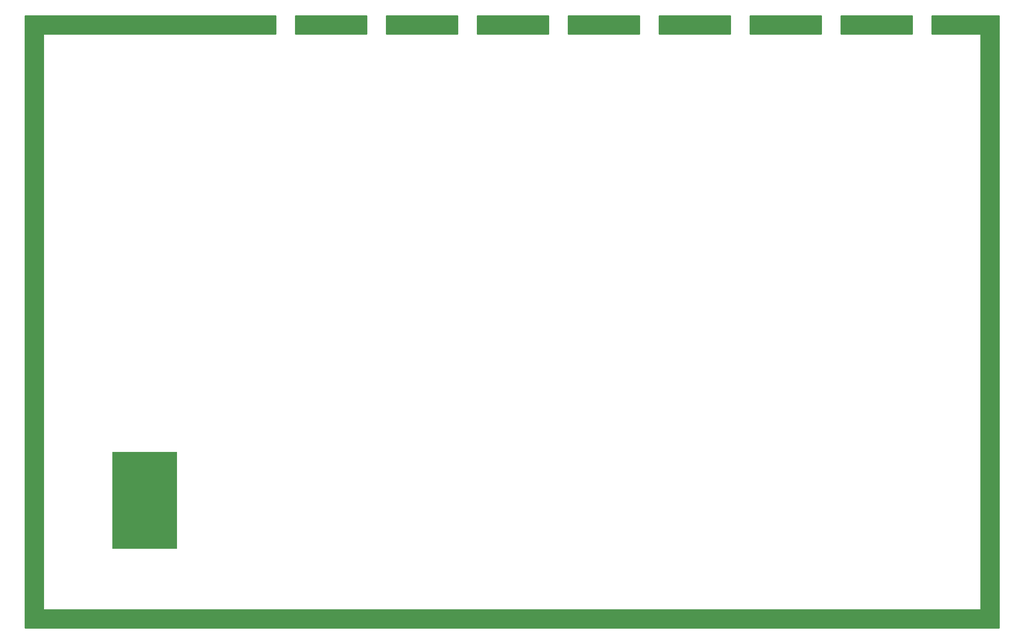
<source format=gbs>
G75*
G70*
%OFA0B0*%
%FSLAX24Y24*%
%IPPOS*%
%LPD*%
%AMOC8*
5,1,8,0,0,1.08239X$1,22.5*
%
%ADD10C,0.0100*%
%ADD11R,0.5375X0.8000*%
D10*
X001800Y000800D02*
X001800Y049875D01*
X001800Y051375D01*
X022475Y051375D01*
X022475Y049875D01*
X001800Y049875D01*
X003300Y049875D01*
X003300Y002300D01*
X080650Y002300D01*
X080650Y049875D01*
X082150Y049875D01*
X076600Y049875D01*
X076600Y051375D01*
X082150Y051375D01*
X082150Y049875D01*
X082150Y000800D01*
X001800Y000800D01*
X001800Y000824D02*
X082150Y000824D01*
X082150Y000922D02*
X001800Y000922D01*
X001800Y001021D02*
X082150Y001021D01*
X082150Y001119D02*
X001800Y001119D01*
X001800Y001218D02*
X082150Y001218D01*
X082150Y001316D02*
X001800Y001316D01*
X001800Y001415D02*
X082150Y001415D01*
X082150Y001513D02*
X001800Y001513D01*
X001800Y001612D02*
X082150Y001612D01*
X082150Y001710D02*
X001800Y001710D01*
X001800Y001809D02*
X082150Y001809D01*
X082150Y001907D02*
X001800Y001907D01*
X001800Y002006D02*
X082150Y002006D01*
X082150Y002104D02*
X001800Y002104D01*
X001800Y002203D02*
X082150Y002203D01*
X082150Y002301D02*
X080650Y002301D01*
X080650Y002400D02*
X082150Y002400D01*
X082150Y002498D02*
X080650Y002498D01*
X080650Y002597D02*
X082150Y002597D01*
X082150Y002695D02*
X080650Y002695D01*
X080650Y002794D02*
X082150Y002794D01*
X082150Y002892D02*
X080650Y002892D01*
X080650Y002991D02*
X082150Y002991D01*
X082150Y003089D02*
X080650Y003089D01*
X080650Y003188D02*
X082150Y003188D01*
X082150Y003286D02*
X080650Y003286D01*
X080650Y003385D02*
X082150Y003385D01*
X082150Y003483D02*
X080650Y003483D01*
X080650Y003582D02*
X082150Y003582D01*
X082150Y003680D02*
X080650Y003680D01*
X080650Y003779D02*
X082150Y003779D01*
X082150Y003877D02*
X080650Y003877D01*
X080650Y003976D02*
X082150Y003976D01*
X082150Y004074D02*
X080650Y004074D01*
X080650Y004173D02*
X082150Y004173D01*
X082150Y004271D02*
X080650Y004271D01*
X080650Y004370D02*
X082150Y004370D01*
X082150Y004468D02*
X080650Y004468D01*
X080650Y004567D02*
X082150Y004567D01*
X082150Y004665D02*
X080650Y004665D01*
X080650Y004764D02*
X082150Y004764D01*
X082150Y004862D02*
X080650Y004862D01*
X080650Y004961D02*
X082150Y004961D01*
X082150Y005059D02*
X080650Y005059D01*
X080650Y005158D02*
X082150Y005158D01*
X082150Y005256D02*
X080650Y005256D01*
X080650Y005355D02*
X082150Y005355D01*
X082150Y005453D02*
X080650Y005453D01*
X080650Y005552D02*
X082150Y005552D01*
X082150Y005650D02*
X080650Y005650D01*
X080650Y005749D02*
X082150Y005749D01*
X082150Y005847D02*
X080650Y005847D01*
X080650Y005946D02*
X082150Y005946D01*
X082150Y006044D02*
X080650Y006044D01*
X080650Y006143D02*
X082150Y006143D01*
X082150Y006241D02*
X080650Y006241D01*
X080650Y006340D02*
X082150Y006340D01*
X082150Y006438D02*
X080650Y006438D01*
X080650Y006537D02*
X082150Y006537D01*
X082150Y006635D02*
X080650Y006635D01*
X080650Y006734D02*
X082150Y006734D01*
X082150Y006832D02*
X080650Y006832D01*
X080650Y006931D02*
X082150Y006931D01*
X082150Y007029D02*
X080650Y007029D01*
X080650Y007128D02*
X082150Y007128D01*
X082150Y007226D02*
X080650Y007226D01*
X080650Y007325D02*
X082150Y007325D01*
X082150Y007423D02*
X080650Y007423D01*
X080650Y007522D02*
X082150Y007522D01*
X082150Y007620D02*
X080650Y007620D01*
X080650Y007719D02*
X082150Y007719D01*
X082150Y007817D02*
X080650Y007817D01*
X080650Y007916D02*
X082150Y007916D01*
X082150Y008014D02*
X080650Y008014D01*
X080650Y008113D02*
X082150Y008113D01*
X082150Y008211D02*
X080650Y008211D01*
X080650Y008310D02*
X082150Y008310D01*
X082150Y008408D02*
X080650Y008408D01*
X080650Y008507D02*
X082150Y008507D01*
X082150Y008605D02*
X080650Y008605D01*
X080650Y008704D02*
X082150Y008704D01*
X082150Y008802D02*
X080650Y008802D01*
X080650Y008901D02*
X082150Y008901D01*
X082150Y008999D02*
X080650Y008999D01*
X080650Y009098D02*
X082150Y009098D01*
X082150Y009196D02*
X080650Y009196D01*
X080650Y009295D02*
X082150Y009295D01*
X082150Y009393D02*
X080650Y009393D01*
X080650Y009492D02*
X082150Y009492D01*
X082150Y009590D02*
X080650Y009590D01*
X080650Y009689D02*
X082150Y009689D01*
X082150Y009787D02*
X080650Y009787D01*
X080650Y009886D02*
X082150Y009886D01*
X082150Y009984D02*
X080650Y009984D01*
X080650Y010083D02*
X082150Y010083D01*
X082150Y010181D02*
X080650Y010181D01*
X080650Y010280D02*
X082150Y010280D01*
X082150Y010378D02*
X080650Y010378D01*
X080650Y010477D02*
X082150Y010477D01*
X082150Y010575D02*
X080650Y010575D01*
X080650Y010674D02*
X082150Y010674D01*
X082150Y010772D02*
X080650Y010772D01*
X080650Y010871D02*
X082150Y010871D01*
X082150Y010969D02*
X080650Y010969D01*
X080650Y011068D02*
X082150Y011068D01*
X082150Y011166D02*
X080650Y011166D01*
X080650Y011265D02*
X082150Y011265D01*
X082150Y011363D02*
X080650Y011363D01*
X080650Y011462D02*
X082150Y011462D01*
X082150Y011560D02*
X080650Y011560D01*
X080650Y011659D02*
X082150Y011659D01*
X082150Y011757D02*
X080650Y011757D01*
X080650Y011856D02*
X082150Y011856D01*
X082150Y011954D02*
X080650Y011954D01*
X080650Y012053D02*
X082150Y012053D01*
X082150Y012151D02*
X080650Y012151D01*
X080650Y012250D02*
X082150Y012250D01*
X082150Y012348D02*
X080650Y012348D01*
X080650Y012447D02*
X082150Y012447D01*
X082150Y012545D02*
X080650Y012545D01*
X080650Y012644D02*
X082150Y012644D01*
X082150Y012742D02*
X080650Y012742D01*
X080650Y012841D02*
X082150Y012841D01*
X082150Y012939D02*
X080650Y012939D01*
X080650Y013038D02*
X082150Y013038D01*
X082150Y013136D02*
X080650Y013136D01*
X080650Y013235D02*
X082150Y013235D01*
X082150Y013333D02*
X080650Y013333D01*
X080650Y013432D02*
X082150Y013432D01*
X082150Y013530D02*
X080650Y013530D01*
X080650Y013629D02*
X082150Y013629D01*
X082150Y013727D02*
X080650Y013727D01*
X080650Y013826D02*
X082150Y013826D01*
X082150Y013924D02*
X080650Y013924D01*
X080650Y014023D02*
X082150Y014023D01*
X082150Y014121D02*
X080650Y014121D01*
X080650Y014220D02*
X082150Y014220D01*
X082150Y014318D02*
X080650Y014318D01*
X080650Y014417D02*
X082150Y014417D01*
X082150Y014515D02*
X080650Y014515D01*
X080650Y014614D02*
X082150Y014614D01*
X082150Y014712D02*
X080650Y014712D01*
X080650Y014811D02*
X082150Y014811D01*
X082150Y014909D02*
X080650Y014909D01*
X080650Y015008D02*
X082150Y015008D01*
X082150Y015106D02*
X080650Y015106D01*
X080650Y015205D02*
X082150Y015205D01*
X082150Y015303D02*
X080650Y015303D01*
X080650Y015402D02*
X082150Y015402D01*
X082150Y015500D02*
X080650Y015500D01*
X080650Y015599D02*
X082150Y015599D01*
X082150Y015697D02*
X080650Y015697D01*
X080650Y015796D02*
X082150Y015796D01*
X082150Y015894D02*
X080650Y015894D01*
X080650Y015993D02*
X082150Y015993D01*
X082150Y016091D02*
X080650Y016091D01*
X080650Y016190D02*
X082150Y016190D01*
X082150Y016288D02*
X080650Y016288D01*
X080650Y016387D02*
X082150Y016387D01*
X082150Y016485D02*
X080650Y016485D01*
X080650Y016584D02*
X082150Y016584D01*
X082150Y016682D02*
X080650Y016682D01*
X080650Y016781D02*
X082150Y016781D01*
X082150Y016879D02*
X080650Y016879D01*
X080650Y016978D02*
X082150Y016978D01*
X082150Y017076D02*
X080650Y017076D01*
X080650Y017175D02*
X082150Y017175D01*
X082150Y017273D02*
X080650Y017273D01*
X080650Y017372D02*
X082150Y017372D01*
X082150Y017470D02*
X080650Y017470D01*
X080650Y017569D02*
X082150Y017569D01*
X082150Y017667D02*
X080650Y017667D01*
X080650Y017766D02*
X082150Y017766D01*
X082150Y017864D02*
X080650Y017864D01*
X080650Y017963D02*
X082150Y017963D01*
X082150Y018061D02*
X080650Y018061D01*
X080650Y018160D02*
X082150Y018160D01*
X082150Y018258D02*
X080650Y018258D01*
X080650Y018357D02*
X082150Y018357D01*
X082150Y018455D02*
X080650Y018455D01*
X080650Y018554D02*
X082150Y018554D01*
X082150Y018652D02*
X080650Y018652D01*
X080650Y018751D02*
X082150Y018751D01*
X082150Y018849D02*
X080650Y018849D01*
X080650Y018948D02*
X082150Y018948D01*
X082150Y019046D02*
X080650Y019046D01*
X080650Y019145D02*
X082150Y019145D01*
X082150Y019243D02*
X080650Y019243D01*
X080650Y019342D02*
X082150Y019342D01*
X082150Y019440D02*
X080650Y019440D01*
X080650Y019539D02*
X082150Y019539D01*
X082150Y019637D02*
X080650Y019637D01*
X080650Y019736D02*
X082150Y019736D01*
X082150Y019834D02*
X080650Y019834D01*
X080650Y019933D02*
X082150Y019933D01*
X082150Y020031D02*
X080650Y020031D01*
X080650Y020130D02*
X082150Y020130D01*
X082150Y020228D02*
X080650Y020228D01*
X080650Y020327D02*
X082150Y020327D01*
X082150Y020425D02*
X080650Y020425D01*
X080650Y020524D02*
X082150Y020524D01*
X082150Y020622D02*
X080650Y020622D01*
X080650Y020721D02*
X082150Y020721D01*
X082150Y020819D02*
X080650Y020819D01*
X080650Y020918D02*
X082150Y020918D01*
X082150Y021016D02*
X080650Y021016D01*
X080650Y021115D02*
X082150Y021115D01*
X082150Y021213D02*
X080650Y021213D01*
X080650Y021312D02*
X082150Y021312D01*
X082150Y021410D02*
X080650Y021410D01*
X080650Y021509D02*
X082150Y021509D01*
X082150Y021607D02*
X080650Y021607D01*
X080650Y021706D02*
X082150Y021706D01*
X082150Y021804D02*
X080650Y021804D01*
X080650Y021903D02*
X082150Y021903D01*
X082150Y022001D02*
X080650Y022001D01*
X080650Y022100D02*
X082150Y022100D01*
X082150Y022198D02*
X080650Y022198D01*
X080650Y022297D02*
X082150Y022297D01*
X082150Y022395D02*
X080650Y022395D01*
X080650Y022494D02*
X082150Y022494D01*
X082150Y022592D02*
X080650Y022592D01*
X080650Y022691D02*
X082150Y022691D01*
X082150Y022789D02*
X080650Y022789D01*
X080650Y022888D02*
X082150Y022888D01*
X082150Y022986D02*
X080650Y022986D01*
X080650Y023085D02*
X082150Y023085D01*
X082150Y023183D02*
X080650Y023183D01*
X080650Y023282D02*
X082150Y023282D01*
X082150Y023380D02*
X080650Y023380D01*
X080650Y023479D02*
X082150Y023479D01*
X082150Y023577D02*
X080650Y023577D01*
X080650Y023676D02*
X082150Y023676D01*
X082150Y023774D02*
X080650Y023774D01*
X080650Y023873D02*
X082150Y023873D01*
X082150Y023971D02*
X080650Y023971D01*
X080650Y024070D02*
X082150Y024070D01*
X082150Y024168D02*
X080650Y024168D01*
X080650Y024267D02*
X082150Y024267D01*
X082150Y024365D02*
X080650Y024365D01*
X080650Y024464D02*
X082150Y024464D01*
X082150Y024562D02*
X080650Y024562D01*
X080650Y024661D02*
X082150Y024661D01*
X082150Y024759D02*
X080650Y024759D01*
X080650Y024858D02*
X082150Y024858D01*
X082150Y024956D02*
X080650Y024956D01*
X080650Y025055D02*
X082150Y025055D01*
X082150Y025153D02*
X080650Y025153D01*
X080650Y025252D02*
X082150Y025252D01*
X082150Y025350D02*
X080650Y025350D01*
X080650Y025449D02*
X082150Y025449D01*
X082150Y025547D02*
X080650Y025547D01*
X080650Y025646D02*
X082150Y025646D01*
X082150Y025744D02*
X080650Y025744D01*
X080650Y025843D02*
X082150Y025843D01*
X082150Y025941D02*
X080650Y025941D01*
X080650Y026040D02*
X082150Y026040D01*
X082150Y026138D02*
X080650Y026138D01*
X080650Y026237D02*
X082150Y026237D01*
X082150Y026335D02*
X080650Y026335D01*
X080650Y026434D02*
X082150Y026434D01*
X082150Y026532D02*
X080650Y026532D01*
X080650Y026631D02*
X082150Y026631D01*
X082150Y026729D02*
X080650Y026729D01*
X080650Y026828D02*
X082150Y026828D01*
X082150Y026926D02*
X080650Y026926D01*
X080650Y027025D02*
X082150Y027025D01*
X082150Y027123D02*
X080650Y027123D01*
X080650Y027222D02*
X082150Y027222D01*
X082150Y027320D02*
X080650Y027320D01*
X080650Y027419D02*
X082150Y027419D01*
X082150Y027517D02*
X080650Y027517D01*
X080650Y027616D02*
X082150Y027616D01*
X082150Y027714D02*
X080650Y027714D01*
X080650Y027813D02*
X082150Y027813D01*
X082150Y027911D02*
X080650Y027911D01*
X080650Y028010D02*
X082150Y028010D01*
X082150Y028108D02*
X080650Y028108D01*
X080650Y028207D02*
X082150Y028207D01*
X082150Y028305D02*
X080650Y028305D01*
X080650Y028404D02*
X082150Y028404D01*
X082150Y028502D02*
X080650Y028502D01*
X080650Y028601D02*
X082150Y028601D01*
X082150Y028699D02*
X080650Y028699D01*
X080650Y028798D02*
X082150Y028798D01*
X082150Y028896D02*
X080650Y028896D01*
X080650Y028995D02*
X082150Y028995D01*
X082150Y029093D02*
X080650Y029093D01*
X080650Y029192D02*
X082150Y029192D01*
X082150Y029290D02*
X080650Y029290D01*
X080650Y029389D02*
X082150Y029389D01*
X082150Y029487D02*
X080650Y029487D01*
X080650Y029586D02*
X082150Y029586D01*
X082150Y029684D02*
X080650Y029684D01*
X080650Y029783D02*
X082150Y029783D01*
X082150Y029881D02*
X080650Y029881D01*
X080650Y029980D02*
X082150Y029980D01*
X082150Y030078D02*
X080650Y030078D01*
X080650Y030177D02*
X082150Y030177D01*
X082150Y030275D02*
X080650Y030275D01*
X080650Y030374D02*
X082150Y030374D01*
X082150Y030472D02*
X080650Y030472D01*
X080650Y030571D02*
X082150Y030571D01*
X082150Y030669D02*
X080650Y030669D01*
X080650Y030768D02*
X082150Y030768D01*
X082150Y030866D02*
X080650Y030866D01*
X080650Y030965D02*
X082150Y030965D01*
X082150Y031063D02*
X080650Y031063D01*
X080650Y031162D02*
X082150Y031162D01*
X082150Y031260D02*
X080650Y031260D01*
X080650Y031359D02*
X082150Y031359D01*
X082150Y031457D02*
X080650Y031457D01*
X080650Y031556D02*
X082150Y031556D01*
X082150Y031654D02*
X080650Y031654D01*
X080650Y031753D02*
X082150Y031753D01*
X082150Y031851D02*
X080650Y031851D01*
X080650Y031950D02*
X082150Y031950D01*
X082150Y032048D02*
X080650Y032048D01*
X080650Y032147D02*
X082150Y032147D01*
X082150Y032245D02*
X080650Y032245D01*
X080650Y032344D02*
X082150Y032344D01*
X082150Y032442D02*
X080650Y032442D01*
X080650Y032541D02*
X082150Y032541D01*
X082150Y032639D02*
X080650Y032639D01*
X080650Y032738D02*
X082150Y032738D01*
X082150Y032836D02*
X080650Y032836D01*
X080650Y032935D02*
X082150Y032935D01*
X082150Y033033D02*
X080650Y033033D01*
X080650Y033132D02*
X082150Y033132D01*
X082150Y033230D02*
X080650Y033230D01*
X080650Y033329D02*
X082150Y033329D01*
X082150Y033427D02*
X080650Y033427D01*
X080650Y033526D02*
X082150Y033526D01*
X082150Y033624D02*
X080650Y033624D01*
X080650Y033723D02*
X082150Y033723D01*
X082150Y033821D02*
X080650Y033821D01*
X080650Y033920D02*
X082150Y033920D01*
X082150Y034018D02*
X080650Y034018D01*
X080650Y034117D02*
X082150Y034117D01*
X082150Y034215D02*
X080650Y034215D01*
X080650Y034314D02*
X082150Y034314D01*
X082150Y034412D02*
X080650Y034412D01*
X080650Y034511D02*
X082150Y034511D01*
X082150Y034609D02*
X080650Y034609D01*
X080650Y034708D02*
X082150Y034708D01*
X082150Y034806D02*
X080650Y034806D01*
X080650Y034905D02*
X082150Y034905D01*
X082150Y035003D02*
X080650Y035003D01*
X080650Y035102D02*
X082150Y035102D01*
X082150Y035200D02*
X080650Y035200D01*
X080650Y035299D02*
X082150Y035299D01*
X082150Y035397D02*
X080650Y035397D01*
X080650Y035496D02*
X082150Y035496D01*
X082150Y035594D02*
X080650Y035594D01*
X080650Y035693D02*
X082150Y035693D01*
X082150Y035791D02*
X080650Y035791D01*
X080650Y035890D02*
X082150Y035890D01*
X082150Y035988D02*
X080650Y035988D01*
X080650Y036087D02*
X082150Y036087D01*
X082150Y036185D02*
X080650Y036185D01*
X080650Y036284D02*
X082150Y036284D01*
X082150Y036382D02*
X080650Y036382D01*
X080650Y036481D02*
X082150Y036481D01*
X082150Y036579D02*
X080650Y036579D01*
X080650Y036678D02*
X082150Y036678D01*
X082150Y036776D02*
X080650Y036776D01*
X080650Y036875D02*
X082150Y036875D01*
X082150Y036973D02*
X080650Y036973D01*
X080650Y037072D02*
X082150Y037072D01*
X082150Y037170D02*
X080650Y037170D01*
X080650Y037269D02*
X082150Y037269D01*
X082150Y037367D02*
X080650Y037367D01*
X080650Y037466D02*
X082150Y037466D01*
X082150Y037564D02*
X080650Y037564D01*
X080650Y037663D02*
X082150Y037663D01*
X082150Y037761D02*
X080650Y037761D01*
X080650Y037860D02*
X082150Y037860D01*
X082150Y037958D02*
X080650Y037958D01*
X080650Y038057D02*
X082150Y038057D01*
X082150Y038155D02*
X080650Y038155D01*
X080650Y038254D02*
X082150Y038254D01*
X082150Y038352D02*
X080650Y038352D01*
X080650Y038451D02*
X082150Y038451D01*
X082150Y038549D02*
X080650Y038549D01*
X080650Y038648D02*
X082150Y038648D01*
X082150Y038746D02*
X080650Y038746D01*
X080650Y038845D02*
X082150Y038845D01*
X082150Y038943D02*
X080650Y038943D01*
X080650Y039042D02*
X082150Y039042D01*
X082150Y039140D02*
X080650Y039140D01*
X080650Y039239D02*
X082150Y039239D01*
X082150Y039337D02*
X080650Y039337D01*
X080650Y039436D02*
X082150Y039436D01*
X082150Y039534D02*
X080650Y039534D01*
X080650Y039633D02*
X082150Y039633D01*
X082150Y039731D02*
X080650Y039731D01*
X080650Y039830D02*
X082150Y039830D01*
X082150Y039928D02*
X080650Y039928D01*
X080650Y040027D02*
X082150Y040027D01*
X082150Y040125D02*
X080650Y040125D01*
X080650Y040224D02*
X082150Y040224D01*
X082150Y040322D02*
X080650Y040322D01*
X080650Y040421D02*
X082150Y040421D01*
X082150Y040519D02*
X080650Y040519D01*
X080650Y040618D02*
X082150Y040618D01*
X082150Y040716D02*
X080650Y040716D01*
X080650Y040815D02*
X082150Y040815D01*
X082150Y040913D02*
X080650Y040913D01*
X080650Y041012D02*
X082150Y041012D01*
X082150Y041110D02*
X080650Y041110D01*
X080650Y041209D02*
X082150Y041209D01*
X082150Y041307D02*
X080650Y041307D01*
X080650Y041406D02*
X082150Y041406D01*
X082150Y041504D02*
X080650Y041504D01*
X080650Y041603D02*
X082150Y041603D01*
X082150Y041701D02*
X080650Y041701D01*
X080650Y041800D02*
X082150Y041800D01*
X082150Y041898D02*
X080650Y041898D01*
X080650Y041997D02*
X082150Y041997D01*
X082150Y042095D02*
X080650Y042095D01*
X080650Y042194D02*
X082150Y042194D01*
X082150Y042292D02*
X080650Y042292D01*
X080650Y042391D02*
X082150Y042391D01*
X082150Y042489D02*
X080650Y042489D01*
X080650Y042588D02*
X082150Y042588D01*
X082150Y042686D02*
X080650Y042686D01*
X080650Y042785D02*
X082150Y042785D01*
X082150Y042883D02*
X080650Y042883D01*
X080650Y042982D02*
X082150Y042982D01*
X082150Y043080D02*
X080650Y043080D01*
X080650Y043179D02*
X082150Y043179D01*
X082150Y043277D02*
X080650Y043277D01*
X080650Y043376D02*
X082150Y043376D01*
X082150Y043474D02*
X080650Y043474D01*
X080650Y043573D02*
X082150Y043573D01*
X082150Y043671D02*
X080650Y043671D01*
X080650Y043770D02*
X082150Y043770D01*
X082150Y043868D02*
X080650Y043868D01*
X080650Y043967D02*
X082150Y043967D01*
X082150Y044065D02*
X080650Y044065D01*
X080650Y044164D02*
X082150Y044164D01*
X082150Y044262D02*
X080650Y044262D01*
X080650Y044361D02*
X082150Y044361D01*
X082150Y044459D02*
X080650Y044459D01*
X080650Y044558D02*
X082150Y044558D01*
X082150Y044656D02*
X080650Y044656D01*
X080650Y044755D02*
X082150Y044755D01*
X082150Y044853D02*
X080650Y044853D01*
X080650Y044952D02*
X082150Y044952D01*
X082150Y045050D02*
X080650Y045050D01*
X080650Y045149D02*
X082150Y045149D01*
X082150Y045247D02*
X080650Y045247D01*
X080650Y045346D02*
X082150Y045346D01*
X082150Y045444D02*
X080650Y045444D01*
X080650Y045543D02*
X082150Y045543D01*
X082150Y045641D02*
X080650Y045641D01*
X080650Y045740D02*
X082150Y045740D01*
X082150Y045838D02*
X080650Y045838D01*
X080650Y045937D02*
X082150Y045937D01*
X082150Y046035D02*
X080650Y046035D01*
X080650Y046134D02*
X082150Y046134D01*
X082150Y046232D02*
X080650Y046232D01*
X080650Y046331D02*
X082150Y046331D01*
X082150Y046429D02*
X080650Y046429D01*
X080650Y046528D02*
X082150Y046528D01*
X082150Y046626D02*
X080650Y046626D01*
X080650Y046725D02*
X082150Y046725D01*
X082150Y046823D02*
X080650Y046823D01*
X080650Y046922D02*
X082150Y046922D01*
X082150Y047020D02*
X080650Y047020D01*
X080650Y047119D02*
X082150Y047119D01*
X082150Y047217D02*
X080650Y047217D01*
X080650Y047316D02*
X082150Y047316D01*
X082150Y047414D02*
X080650Y047414D01*
X080650Y047513D02*
X082150Y047513D01*
X082150Y047611D02*
X080650Y047611D01*
X080650Y047710D02*
X082150Y047710D01*
X082150Y047808D02*
X080650Y047808D01*
X080650Y047907D02*
X082150Y047907D01*
X082150Y048005D02*
X080650Y048005D01*
X080650Y048104D02*
X082150Y048104D01*
X082150Y048202D02*
X080650Y048202D01*
X080650Y048301D02*
X082150Y048301D01*
X082150Y048399D02*
X080650Y048399D01*
X080650Y048498D02*
X082150Y048498D01*
X082150Y048596D02*
X080650Y048596D01*
X080650Y048695D02*
X082150Y048695D01*
X082150Y048793D02*
X080650Y048793D01*
X080650Y048892D02*
X082150Y048892D01*
X082150Y048990D02*
X080650Y048990D01*
X080650Y049089D02*
X082150Y049089D01*
X082150Y049187D02*
X080650Y049187D01*
X080650Y049286D02*
X082150Y049286D01*
X082150Y049384D02*
X080650Y049384D01*
X080650Y049483D02*
X082150Y049483D01*
X082150Y049581D02*
X080650Y049581D01*
X080650Y049680D02*
X082150Y049680D01*
X082150Y049778D02*
X080650Y049778D01*
X082150Y049877D02*
X076600Y049877D01*
X076600Y049975D02*
X082150Y049975D01*
X082150Y050074D02*
X076600Y050074D01*
X076600Y050172D02*
X082150Y050172D01*
X082150Y050271D02*
X076600Y050271D01*
X076600Y050369D02*
X082150Y050369D01*
X082150Y050468D02*
X076600Y050468D01*
X076600Y050566D02*
X082150Y050566D01*
X082150Y050665D02*
X076600Y050665D01*
X076600Y050763D02*
X082150Y050763D01*
X082150Y050862D02*
X076600Y050862D01*
X076600Y050960D02*
X082150Y050960D01*
X082150Y051059D02*
X076600Y051059D01*
X076600Y051157D02*
X082150Y051157D01*
X082150Y051256D02*
X076600Y051256D01*
X076600Y051354D02*
X082150Y051354D01*
X074975Y051354D02*
X069100Y051354D01*
X069100Y051375D02*
X069100Y049875D01*
X074975Y049875D01*
X074975Y051375D01*
X069100Y051375D01*
X069100Y051256D02*
X074975Y051256D01*
X074975Y051157D02*
X069100Y051157D01*
X069100Y051059D02*
X074975Y051059D01*
X074975Y050960D02*
X069100Y050960D01*
X069100Y050862D02*
X074975Y050862D01*
X074975Y050763D02*
X069100Y050763D01*
X069100Y050665D02*
X074975Y050665D01*
X074975Y050566D02*
X069100Y050566D01*
X069100Y050468D02*
X074975Y050468D01*
X074975Y050369D02*
X069100Y050369D01*
X069100Y050271D02*
X074975Y050271D01*
X074975Y050172D02*
X069100Y050172D01*
X069100Y050074D02*
X074975Y050074D01*
X074975Y049975D02*
X069100Y049975D01*
X069100Y049877D02*
X074975Y049877D01*
X067475Y049877D02*
X061600Y049877D01*
X061600Y049875D02*
X061600Y051375D01*
X067475Y051375D01*
X067475Y049875D01*
X061600Y049875D01*
X061600Y049975D02*
X067475Y049975D01*
X067475Y050074D02*
X061600Y050074D01*
X061600Y050172D02*
X067475Y050172D01*
X067475Y050271D02*
X061600Y050271D01*
X061600Y050369D02*
X067475Y050369D01*
X067475Y050468D02*
X061600Y050468D01*
X061600Y050566D02*
X067475Y050566D01*
X067475Y050665D02*
X061600Y050665D01*
X061600Y050763D02*
X067475Y050763D01*
X067475Y050862D02*
X061600Y050862D01*
X061600Y050960D02*
X067475Y050960D01*
X067475Y051059D02*
X061600Y051059D01*
X061600Y051157D02*
X067475Y051157D01*
X067475Y051256D02*
X061600Y051256D01*
X061600Y051354D02*
X067475Y051354D01*
X059975Y051354D02*
X054100Y051354D01*
X054100Y051375D02*
X054100Y049875D01*
X059975Y049875D01*
X059975Y051375D01*
X054100Y051375D01*
X054100Y051256D02*
X059975Y051256D01*
X059975Y051157D02*
X054100Y051157D01*
X054100Y051059D02*
X059975Y051059D01*
X059975Y050960D02*
X054100Y050960D01*
X054100Y050862D02*
X059975Y050862D01*
X059975Y050763D02*
X054100Y050763D01*
X054100Y050665D02*
X059975Y050665D01*
X059975Y050566D02*
X054100Y050566D01*
X054100Y050468D02*
X059975Y050468D01*
X059975Y050369D02*
X054100Y050369D01*
X054100Y050271D02*
X059975Y050271D01*
X059975Y050172D02*
X054100Y050172D01*
X054100Y050074D02*
X059975Y050074D01*
X059975Y049975D02*
X054100Y049975D01*
X054100Y049877D02*
X059975Y049877D01*
X052475Y049877D02*
X046600Y049877D01*
X046600Y049875D02*
X046600Y051375D01*
X052475Y051375D01*
X052475Y049875D01*
X046600Y049875D01*
X046600Y049975D02*
X052475Y049975D01*
X052475Y050074D02*
X046600Y050074D01*
X046600Y050172D02*
X052475Y050172D01*
X052475Y050271D02*
X046600Y050271D01*
X046600Y050369D02*
X052475Y050369D01*
X052475Y050468D02*
X046600Y050468D01*
X046600Y050566D02*
X052475Y050566D01*
X052475Y050665D02*
X046600Y050665D01*
X046600Y050763D02*
X052475Y050763D01*
X052475Y050862D02*
X046600Y050862D01*
X046600Y050960D02*
X052475Y050960D01*
X052475Y051059D02*
X046600Y051059D01*
X046600Y051157D02*
X052475Y051157D01*
X052475Y051256D02*
X046600Y051256D01*
X046600Y051354D02*
X052475Y051354D01*
X044975Y051354D02*
X039100Y051354D01*
X039100Y051375D02*
X039100Y049875D01*
X044975Y049875D01*
X044975Y051375D01*
X039100Y051375D01*
X039100Y051256D02*
X044975Y051256D01*
X044975Y051157D02*
X039100Y051157D01*
X039100Y051059D02*
X044975Y051059D01*
X044975Y050960D02*
X039100Y050960D01*
X039100Y050862D02*
X044975Y050862D01*
X044975Y050763D02*
X039100Y050763D01*
X039100Y050665D02*
X044975Y050665D01*
X044975Y050566D02*
X039100Y050566D01*
X039100Y050468D02*
X044975Y050468D01*
X044975Y050369D02*
X039100Y050369D01*
X039100Y050271D02*
X044975Y050271D01*
X044975Y050172D02*
X039100Y050172D01*
X039100Y050074D02*
X044975Y050074D01*
X044975Y049975D02*
X039100Y049975D01*
X039100Y049877D02*
X044975Y049877D01*
X037475Y049877D02*
X031600Y049877D01*
X031600Y049875D02*
X031600Y051375D01*
X037475Y051375D01*
X037475Y049875D01*
X031600Y049875D01*
X031600Y049975D02*
X037475Y049975D01*
X037475Y050074D02*
X031600Y050074D01*
X031600Y050172D02*
X037475Y050172D01*
X037475Y050271D02*
X031600Y050271D01*
X031600Y050369D02*
X037475Y050369D01*
X037475Y050468D02*
X031600Y050468D01*
X031600Y050566D02*
X037475Y050566D01*
X037475Y050665D02*
X031600Y050665D01*
X031600Y050763D02*
X037475Y050763D01*
X037475Y050862D02*
X031600Y050862D01*
X031600Y050960D02*
X037475Y050960D01*
X037475Y051059D02*
X031600Y051059D01*
X031600Y051157D02*
X037475Y051157D01*
X037475Y051256D02*
X031600Y051256D01*
X031600Y051354D02*
X037475Y051354D01*
X029975Y051354D02*
X024100Y051354D01*
X024100Y051375D02*
X024100Y049875D01*
X029975Y049875D01*
X029975Y051375D01*
X024100Y051375D01*
X024100Y051256D02*
X029975Y051256D01*
X029975Y051157D02*
X024100Y051157D01*
X024100Y051059D02*
X029975Y051059D01*
X029975Y050960D02*
X024100Y050960D01*
X024100Y050862D02*
X029975Y050862D01*
X029975Y050763D02*
X024100Y050763D01*
X024100Y050665D02*
X029975Y050665D01*
X029975Y050566D02*
X024100Y050566D01*
X024100Y050468D02*
X029975Y050468D01*
X029975Y050369D02*
X024100Y050369D01*
X024100Y050271D02*
X029975Y050271D01*
X029975Y050172D02*
X024100Y050172D01*
X024100Y050074D02*
X029975Y050074D01*
X029975Y049975D02*
X024100Y049975D01*
X024100Y049877D02*
X029975Y049877D01*
X022475Y049877D02*
X001800Y049877D01*
X001800Y049975D02*
X022475Y049975D01*
X022475Y050074D02*
X001800Y050074D01*
X001800Y050172D02*
X022475Y050172D01*
X022475Y050271D02*
X001800Y050271D01*
X001800Y050369D02*
X022475Y050369D01*
X022475Y050468D02*
X001800Y050468D01*
X001800Y050566D02*
X022475Y050566D01*
X022475Y050665D02*
X001800Y050665D01*
X001800Y050763D02*
X022475Y050763D01*
X022475Y050862D02*
X001800Y050862D01*
X001800Y050960D02*
X022475Y050960D01*
X022475Y051059D02*
X001800Y051059D01*
X001800Y051157D02*
X022475Y051157D01*
X022475Y051256D02*
X001800Y051256D01*
X001800Y051354D02*
X022475Y051354D01*
X003300Y049778D02*
X001800Y049778D01*
X001800Y049680D02*
X003300Y049680D01*
X003300Y049581D02*
X001800Y049581D01*
X001800Y049483D02*
X003300Y049483D01*
X003300Y049384D02*
X001800Y049384D01*
X001800Y049286D02*
X003300Y049286D01*
X003300Y049187D02*
X001800Y049187D01*
X001800Y049089D02*
X003300Y049089D01*
X003300Y048990D02*
X001800Y048990D01*
X001800Y048892D02*
X003300Y048892D01*
X003300Y048793D02*
X001800Y048793D01*
X001800Y048695D02*
X003300Y048695D01*
X003300Y048596D02*
X001800Y048596D01*
X001800Y048498D02*
X003300Y048498D01*
X003300Y048399D02*
X001800Y048399D01*
X001800Y048301D02*
X003300Y048301D01*
X003300Y048202D02*
X001800Y048202D01*
X001800Y048104D02*
X003300Y048104D01*
X003300Y048005D02*
X001800Y048005D01*
X001800Y047907D02*
X003300Y047907D01*
X003300Y047808D02*
X001800Y047808D01*
X001800Y047710D02*
X003300Y047710D01*
X003300Y047611D02*
X001800Y047611D01*
X001800Y047513D02*
X003300Y047513D01*
X003300Y047414D02*
X001800Y047414D01*
X001800Y047316D02*
X003300Y047316D01*
X003300Y047217D02*
X001800Y047217D01*
X001800Y047119D02*
X003300Y047119D01*
X003300Y047020D02*
X001800Y047020D01*
X001800Y046922D02*
X003300Y046922D01*
X003300Y046823D02*
X001800Y046823D01*
X001800Y046725D02*
X003300Y046725D01*
X003300Y046626D02*
X001800Y046626D01*
X001800Y046528D02*
X003300Y046528D01*
X003300Y046429D02*
X001800Y046429D01*
X001800Y046331D02*
X003300Y046331D01*
X003300Y046232D02*
X001800Y046232D01*
X001800Y046134D02*
X003300Y046134D01*
X003300Y046035D02*
X001800Y046035D01*
X001800Y045937D02*
X003300Y045937D01*
X003300Y045838D02*
X001800Y045838D01*
X001800Y045740D02*
X003300Y045740D01*
X003300Y045641D02*
X001800Y045641D01*
X001800Y045543D02*
X003300Y045543D01*
X003300Y045444D02*
X001800Y045444D01*
X001800Y045346D02*
X003300Y045346D01*
X003300Y045247D02*
X001800Y045247D01*
X001800Y045149D02*
X003300Y045149D01*
X003300Y045050D02*
X001800Y045050D01*
X001800Y044952D02*
X003300Y044952D01*
X003300Y044853D02*
X001800Y044853D01*
X001800Y044755D02*
X003300Y044755D01*
X003300Y044656D02*
X001800Y044656D01*
X001800Y044558D02*
X003300Y044558D01*
X003300Y044459D02*
X001800Y044459D01*
X001800Y044361D02*
X003300Y044361D01*
X003300Y044262D02*
X001800Y044262D01*
X001800Y044164D02*
X003300Y044164D01*
X003300Y044065D02*
X001800Y044065D01*
X001800Y043967D02*
X003300Y043967D01*
X003300Y043868D02*
X001800Y043868D01*
X001800Y043770D02*
X003300Y043770D01*
X003300Y043671D02*
X001800Y043671D01*
X001800Y043573D02*
X003300Y043573D01*
X003300Y043474D02*
X001800Y043474D01*
X001800Y043376D02*
X003300Y043376D01*
X003300Y043277D02*
X001800Y043277D01*
X001800Y043179D02*
X003300Y043179D01*
X003300Y043080D02*
X001800Y043080D01*
X001800Y042982D02*
X003300Y042982D01*
X003300Y042883D02*
X001800Y042883D01*
X001800Y042785D02*
X003300Y042785D01*
X003300Y042686D02*
X001800Y042686D01*
X001800Y042588D02*
X003300Y042588D01*
X003300Y042489D02*
X001800Y042489D01*
X001800Y042391D02*
X003300Y042391D01*
X003300Y042292D02*
X001800Y042292D01*
X001800Y042194D02*
X003300Y042194D01*
X003300Y042095D02*
X001800Y042095D01*
X001800Y041997D02*
X003300Y041997D01*
X003300Y041898D02*
X001800Y041898D01*
X001800Y041800D02*
X003300Y041800D01*
X003300Y041701D02*
X001800Y041701D01*
X001800Y041603D02*
X003300Y041603D01*
X003300Y041504D02*
X001800Y041504D01*
X001800Y041406D02*
X003300Y041406D01*
X003300Y041307D02*
X001800Y041307D01*
X001800Y041209D02*
X003300Y041209D01*
X003300Y041110D02*
X001800Y041110D01*
X001800Y041012D02*
X003300Y041012D01*
X003300Y040913D02*
X001800Y040913D01*
X001800Y040815D02*
X003300Y040815D01*
X003300Y040716D02*
X001800Y040716D01*
X001800Y040618D02*
X003300Y040618D01*
X003300Y040519D02*
X001800Y040519D01*
X001800Y040421D02*
X003300Y040421D01*
X003300Y040322D02*
X001800Y040322D01*
X001800Y040224D02*
X003300Y040224D01*
X003300Y040125D02*
X001800Y040125D01*
X001800Y040027D02*
X003300Y040027D01*
X003300Y039928D02*
X001800Y039928D01*
X001800Y039830D02*
X003300Y039830D01*
X003300Y039731D02*
X001800Y039731D01*
X001800Y039633D02*
X003300Y039633D01*
X003300Y039534D02*
X001800Y039534D01*
X001800Y039436D02*
X003300Y039436D01*
X003300Y039337D02*
X001800Y039337D01*
X001800Y039239D02*
X003300Y039239D01*
X003300Y039140D02*
X001800Y039140D01*
X001800Y039042D02*
X003300Y039042D01*
X003300Y038943D02*
X001800Y038943D01*
X001800Y038845D02*
X003300Y038845D01*
X003300Y038746D02*
X001800Y038746D01*
X001800Y038648D02*
X003300Y038648D01*
X003300Y038549D02*
X001800Y038549D01*
X001800Y038451D02*
X003300Y038451D01*
X003300Y038352D02*
X001800Y038352D01*
X001800Y038254D02*
X003300Y038254D01*
X003300Y038155D02*
X001800Y038155D01*
X001800Y038057D02*
X003300Y038057D01*
X003300Y037958D02*
X001800Y037958D01*
X001800Y037860D02*
X003300Y037860D01*
X003300Y037761D02*
X001800Y037761D01*
X001800Y037663D02*
X003300Y037663D01*
X003300Y037564D02*
X001800Y037564D01*
X001800Y037466D02*
X003300Y037466D01*
X003300Y037367D02*
X001800Y037367D01*
X001800Y037269D02*
X003300Y037269D01*
X003300Y037170D02*
X001800Y037170D01*
X001800Y037072D02*
X003300Y037072D01*
X003300Y036973D02*
X001800Y036973D01*
X001800Y036875D02*
X003300Y036875D01*
X003300Y036776D02*
X001800Y036776D01*
X001800Y036678D02*
X003300Y036678D01*
X003300Y036579D02*
X001800Y036579D01*
X001800Y036481D02*
X003300Y036481D01*
X003300Y036382D02*
X001800Y036382D01*
X001800Y036284D02*
X003300Y036284D01*
X003300Y036185D02*
X001800Y036185D01*
X001800Y036087D02*
X003300Y036087D01*
X003300Y035988D02*
X001800Y035988D01*
X001800Y035890D02*
X003300Y035890D01*
X003300Y035791D02*
X001800Y035791D01*
X001800Y035693D02*
X003300Y035693D01*
X003300Y035594D02*
X001800Y035594D01*
X001800Y035496D02*
X003300Y035496D01*
X003300Y035397D02*
X001800Y035397D01*
X001800Y035299D02*
X003300Y035299D01*
X003300Y035200D02*
X001800Y035200D01*
X001800Y035102D02*
X003300Y035102D01*
X003300Y035003D02*
X001800Y035003D01*
X001800Y034905D02*
X003300Y034905D01*
X003300Y034806D02*
X001800Y034806D01*
X001800Y034708D02*
X003300Y034708D01*
X003300Y034609D02*
X001800Y034609D01*
X001800Y034511D02*
X003300Y034511D01*
X003300Y034412D02*
X001800Y034412D01*
X001800Y034314D02*
X003300Y034314D01*
X003300Y034215D02*
X001800Y034215D01*
X001800Y034117D02*
X003300Y034117D01*
X003300Y034018D02*
X001800Y034018D01*
X001800Y033920D02*
X003300Y033920D01*
X003300Y033821D02*
X001800Y033821D01*
X001800Y033723D02*
X003300Y033723D01*
X003300Y033624D02*
X001800Y033624D01*
X001800Y033526D02*
X003300Y033526D01*
X003300Y033427D02*
X001800Y033427D01*
X001800Y033329D02*
X003300Y033329D01*
X003300Y033230D02*
X001800Y033230D01*
X001800Y033132D02*
X003300Y033132D01*
X003300Y033033D02*
X001800Y033033D01*
X001800Y032935D02*
X003300Y032935D01*
X003300Y032836D02*
X001800Y032836D01*
X001800Y032738D02*
X003300Y032738D01*
X003300Y032639D02*
X001800Y032639D01*
X001800Y032541D02*
X003300Y032541D01*
X003300Y032442D02*
X001800Y032442D01*
X001800Y032344D02*
X003300Y032344D01*
X003300Y032245D02*
X001800Y032245D01*
X001800Y032147D02*
X003300Y032147D01*
X003300Y032048D02*
X001800Y032048D01*
X001800Y031950D02*
X003300Y031950D01*
X003300Y031851D02*
X001800Y031851D01*
X001800Y031753D02*
X003300Y031753D01*
X003300Y031654D02*
X001800Y031654D01*
X001800Y031556D02*
X003300Y031556D01*
X003300Y031457D02*
X001800Y031457D01*
X001800Y031359D02*
X003300Y031359D01*
X003300Y031260D02*
X001800Y031260D01*
X001800Y031162D02*
X003300Y031162D01*
X003300Y031063D02*
X001800Y031063D01*
X001800Y030965D02*
X003300Y030965D01*
X003300Y030866D02*
X001800Y030866D01*
X001800Y030768D02*
X003300Y030768D01*
X003300Y030669D02*
X001800Y030669D01*
X001800Y030571D02*
X003300Y030571D01*
X003300Y030472D02*
X001800Y030472D01*
X001800Y030374D02*
X003300Y030374D01*
X003300Y030275D02*
X001800Y030275D01*
X001800Y030177D02*
X003300Y030177D01*
X003300Y030078D02*
X001800Y030078D01*
X001800Y029980D02*
X003300Y029980D01*
X003300Y029881D02*
X001800Y029881D01*
X001800Y029783D02*
X003300Y029783D01*
X003300Y029684D02*
X001800Y029684D01*
X001800Y029586D02*
X003300Y029586D01*
X003300Y029487D02*
X001800Y029487D01*
X001800Y029389D02*
X003300Y029389D01*
X003300Y029290D02*
X001800Y029290D01*
X001800Y029192D02*
X003300Y029192D01*
X003300Y029093D02*
X001800Y029093D01*
X001800Y028995D02*
X003300Y028995D01*
X003300Y028896D02*
X001800Y028896D01*
X001800Y028798D02*
X003300Y028798D01*
X003300Y028699D02*
X001800Y028699D01*
X001800Y028601D02*
X003300Y028601D01*
X003300Y028502D02*
X001800Y028502D01*
X001800Y028404D02*
X003300Y028404D01*
X003300Y028305D02*
X001800Y028305D01*
X001800Y028207D02*
X003300Y028207D01*
X003300Y028108D02*
X001800Y028108D01*
X001800Y028010D02*
X003300Y028010D01*
X003300Y027911D02*
X001800Y027911D01*
X001800Y027813D02*
X003300Y027813D01*
X003300Y027714D02*
X001800Y027714D01*
X001800Y027616D02*
X003300Y027616D01*
X003300Y027517D02*
X001800Y027517D01*
X001800Y027419D02*
X003300Y027419D01*
X003300Y027320D02*
X001800Y027320D01*
X001800Y027222D02*
X003300Y027222D01*
X003300Y027123D02*
X001800Y027123D01*
X001800Y027025D02*
X003300Y027025D01*
X003300Y026926D02*
X001800Y026926D01*
X001800Y026828D02*
X003300Y026828D01*
X003300Y026729D02*
X001800Y026729D01*
X001800Y026631D02*
X003300Y026631D01*
X003300Y026532D02*
X001800Y026532D01*
X001800Y026434D02*
X003300Y026434D01*
X003300Y026335D02*
X001800Y026335D01*
X001800Y026237D02*
X003300Y026237D01*
X003300Y026138D02*
X001800Y026138D01*
X001800Y026040D02*
X003300Y026040D01*
X003300Y025941D02*
X001800Y025941D01*
X001800Y025843D02*
X003300Y025843D01*
X003300Y025744D02*
X001800Y025744D01*
X001800Y025646D02*
X003300Y025646D01*
X003300Y025547D02*
X001800Y025547D01*
X001800Y025449D02*
X003300Y025449D01*
X003300Y025350D02*
X001800Y025350D01*
X001800Y025252D02*
X003300Y025252D01*
X003300Y025153D02*
X001800Y025153D01*
X001800Y025055D02*
X003300Y025055D01*
X003300Y024956D02*
X001800Y024956D01*
X001800Y024858D02*
X003300Y024858D01*
X003300Y024759D02*
X001800Y024759D01*
X001800Y024661D02*
X003300Y024661D01*
X003300Y024562D02*
X001800Y024562D01*
X001800Y024464D02*
X003300Y024464D01*
X003300Y024365D02*
X001800Y024365D01*
X001800Y024267D02*
X003300Y024267D01*
X003300Y024168D02*
X001800Y024168D01*
X001800Y024070D02*
X003300Y024070D01*
X003300Y023971D02*
X001800Y023971D01*
X001800Y023873D02*
X003300Y023873D01*
X003300Y023774D02*
X001800Y023774D01*
X001800Y023676D02*
X003300Y023676D01*
X003300Y023577D02*
X001800Y023577D01*
X001800Y023479D02*
X003300Y023479D01*
X003300Y023380D02*
X001800Y023380D01*
X001800Y023282D02*
X003300Y023282D01*
X003300Y023183D02*
X001800Y023183D01*
X001800Y023085D02*
X003300Y023085D01*
X003300Y022986D02*
X001800Y022986D01*
X001800Y022888D02*
X003300Y022888D01*
X003300Y022789D02*
X001800Y022789D01*
X001800Y022691D02*
X003300Y022691D01*
X003300Y022592D02*
X001800Y022592D01*
X001800Y022494D02*
X003300Y022494D01*
X003300Y022395D02*
X001800Y022395D01*
X001800Y022297D02*
X003300Y022297D01*
X003300Y022198D02*
X001800Y022198D01*
X001800Y022100D02*
X003300Y022100D01*
X003300Y022001D02*
X001800Y022001D01*
X001800Y021903D02*
X003300Y021903D01*
X003300Y021804D02*
X001800Y021804D01*
X001800Y021706D02*
X003300Y021706D01*
X003300Y021607D02*
X001800Y021607D01*
X001800Y021509D02*
X003300Y021509D01*
X003300Y021410D02*
X001800Y021410D01*
X001800Y021312D02*
X003300Y021312D01*
X003300Y021213D02*
X001800Y021213D01*
X001800Y021115D02*
X003300Y021115D01*
X003300Y021016D02*
X001800Y021016D01*
X001800Y020918D02*
X003300Y020918D01*
X003300Y020819D02*
X001800Y020819D01*
X001800Y020721D02*
X003300Y020721D01*
X003300Y020622D02*
X001800Y020622D01*
X001800Y020524D02*
X003300Y020524D01*
X003300Y020425D02*
X001800Y020425D01*
X001800Y020327D02*
X003300Y020327D01*
X003300Y020228D02*
X001800Y020228D01*
X001800Y020130D02*
X003300Y020130D01*
X003300Y020031D02*
X001800Y020031D01*
X001800Y019933D02*
X003300Y019933D01*
X003300Y019834D02*
X001800Y019834D01*
X001800Y019736D02*
X003300Y019736D01*
X003300Y019637D02*
X001800Y019637D01*
X001800Y019539D02*
X003300Y019539D01*
X003300Y019440D02*
X001800Y019440D01*
X001800Y019342D02*
X003300Y019342D01*
X003300Y019243D02*
X001800Y019243D01*
X001800Y019145D02*
X003300Y019145D01*
X003300Y019046D02*
X001800Y019046D01*
X001800Y018948D02*
X003300Y018948D01*
X003300Y018849D02*
X001800Y018849D01*
X001800Y018751D02*
X003300Y018751D01*
X003300Y018652D02*
X001800Y018652D01*
X001800Y018554D02*
X003300Y018554D01*
X003300Y018455D02*
X001800Y018455D01*
X001800Y018357D02*
X003300Y018357D01*
X003300Y018258D02*
X001800Y018258D01*
X001800Y018160D02*
X003300Y018160D01*
X003300Y018061D02*
X001800Y018061D01*
X001800Y017963D02*
X003300Y017963D01*
X003300Y017864D02*
X001800Y017864D01*
X001800Y017766D02*
X003300Y017766D01*
X003300Y017667D02*
X001800Y017667D01*
X001800Y017569D02*
X003300Y017569D01*
X003300Y017470D02*
X001800Y017470D01*
X001800Y017372D02*
X003300Y017372D01*
X003300Y017273D02*
X001800Y017273D01*
X001800Y017175D02*
X003300Y017175D01*
X003300Y017076D02*
X001800Y017076D01*
X001800Y016978D02*
X003300Y016978D01*
X003300Y016879D02*
X001800Y016879D01*
X001800Y016781D02*
X003300Y016781D01*
X003300Y016682D02*
X001800Y016682D01*
X001800Y016584D02*
X003300Y016584D01*
X003300Y016485D02*
X001800Y016485D01*
X001800Y016387D02*
X003300Y016387D01*
X003300Y016288D02*
X001800Y016288D01*
X001800Y016190D02*
X003300Y016190D01*
X003300Y016091D02*
X001800Y016091D01*
X001800Y015993D02*
X003300Y015993D01*
X003300Y015894D02*
X001800Y015894D01*
X001800Y015796D02*
X003300Y015796D01*
X003300Y015697D02*
X001800Y015697D01*
X001800Y015599D02*
X003300Y015599D01*
X003300Y015500D02*
X001800Y015500D01*
X001800Y015402D02*
X003300Y015402D01*
X003300Y015303D02*
X001800Y015303D01*
X001800Y015205D02*
X003300Y015205D01*
X003300Y015106D02*
X001800Y015106D01*
X001800Y015008D02*
X003300Y015008D01*
X003300Y014909D02*
X001800Y014909D01*
X001800Y014811D02*
X003300Y014811D01*
X003300Y014712D02*
X001800Y014712D01*
X001800Y014614D02*
X003300Y014614D01*
X003300Y014515D02*
X001800Y014515D01*
X001800Y014417D02*
X003300Y014417D01*
X003300Y014318D02*
X001800Y014318D01*
X001800Y014220D02*
X003300Y014220D01*
X003300Y014121D02*
X001800Y014121D01*
X001800Y014023D02*
X003300Y014023D01*
X003300Y013924D02*
X001800Y013924D01*
X001800Y013826D02*
X003300Y013826D01*
X003300Y013727D02*
X001800Y013727D01*
X001800Y013629D02*
X003300Y013629D01*
X003300Y013530D02*
X001800Y013530D01*
X001800Y013432D02*
X003300Y013432D01*
X003300Y013333D02*
X001800Y013333D01*
X001800Y013235D02*
X003300Y013235D01*
X003300Y013136D02*
X001800Y013136D01*
X001800Y013038D02*
X003300Y013038D01*
X003300Y012939D02*
X001800Y012939D01*
X001800Y012841D02*
X003300Y012841D01*
X003300Y012742D02*
X001800Y012742D01*
X001800Y012644D02*
X003300Y012644D01*
X003300Y012545D02*
X001800Y012545D01*
X001800Y012447D02*
X003300Y012447D01*
X003300Y012348D02*
X001800Y012348D01*
X001800Y012250D02*
X003300Y012250D01*
X003300Y012151D02*
X001800Y012151D01*
X001800Y012053D02*
X003300Y012053D01*
X003300Y011954D02*
X001800Y011954D01*
X001800Y011856D02*
X003300Y011856D01*
X003300Y011757D02*
X001800Y011757D01*
X001800Y011659D02*
X003300Y011659D01*
X003300Y011560D02*
X001800Y011560D01*
X001800Y011462D02*
X003300Y011462D01*
X003300Y011363D02*
X001800Y011363D01*
X001800Y011265D02*
X003300Y011265D01*
X003300Y011166D02*
X001800Y011166D01*
X001800Y011068D02*
X003300Y011068D01*
X003300Y010969D02*
X001800Y010969D01*
X001800Y010871D02*
X003300Y010871D01*
X003300Y010772D02*
X001800Y010772D01*
X001800Y010674D02*
X003300Y010674D01*
X003300Y010575D02*
X001800Y010575D01*
X001800Y010477D02*
X003300Y010477D01*
X003300Y010378D02*
X001800Y010378D01*
X001800Y010280D02*
X003300Y010280D01*
X003300Y010181D02*
X001800Y010181D01*
X001800Y010083D02*
X003300Y010083D01*
X003300Y009984D02*
X001800Y009984D01*
X001800Y009886D02*
X003300Y009886D01*
X003300Y009787D02*
X001800Y009787D01*
X001800Y009689D02*
X003300Y009689D01*
X003300Y009590D02*
X001800Y009590D01*
X001800Y009492D02*
X003300Y009492D01*
X003300Y009393D02*
X001800Y009393D01*
X001800Y009295D02*
X003300Y009295D01*
X003300Y009196D02*
X001800Y009196D01*
X001800Y009098D02*
X003300Y009098D01*
X003300Y008999D02*
X001800Y008999D01*
X001800Y008901D02*
X003300Y008901D01*
X003300Y008802D02*
X001800Y008802D01*
X001800Y008704D02*
X003300Y008704D01*
X003300Y008605D02*
X001800Y008605D01*
X001800Y008507D02*
X003300Y008507D01*
X003300Y008408D02*
X001800Y008408D01*
X001800Y008310D02*
X003300Y008310D01*
X003300Y008211D02*
X001800Y008211D01*
X001800Y008113D02*
X003300Y008113D01*
X003300Y008014D02*
X001800Y008014D01*
X001800Y007916D02*
X003300Y007916D01*
X003300Y007817D02*
X001800Y007817D01*
X001800Y007719D02*
X003300Y007719D01*
X003300Y007620D02*
X001800Y007620D01*
X001800Y007522D02*
X003300Y007522D01*
X003300Y007423D02*
X001800Y007423D01*
X001800Y007325D02*
X003300Y007325D01*
X003300Y007226D02*
X001800Y007226D01*
X001800Y007128D02*
X003300Y007128D01*
X003300Y007029D02*
X001800Y007029D01*
X001800Y006931D02*
X003300Y006931D01*
X003300Y006832D02*
X001800Y006832D01*
X001800Y006734D02*
X003300Y006734D01*
X003300Y006635D02*
X001800Y006635D01*
X001800Y006537D02*
X003300Y006537D01*
X003300Y006438D02*
X001800Y006438D01*
X001800Y006340D02*
X003300Y006340D01*
X003300Y006241D02*
X001800Y006241D01*
X001800Y006143D02*
X003300Y006143D01*
X003300Y006044D02*
X001800Y006044D01*
X001800Y005946D02*
X003300Y005946D01*
X003300Y005847D02*
X001800Y005847D01*
X001800Y005749D02*
X003300Y005749D01*
X003300Y005650D02*
X001800Y005650D01*
X001800Y005552D02*
X003300Y005552D01*
X003300Y005453D02*
X001800Y005453D01*
X001800Y005355D02*
X003300Y005355D01*
X003300Y005256D02*
X001800Y005256D01*
X001800Y005158D02*
X003300Y005158D01*
X003300Y005059D02*
X001800Y005059D01*
X001800Y004961D02*
X003300Y004961D01*
X003300Y004862D02*
X001800Y004862D01*
X001800Y004764D02*
X003300Y004764D01*
X003300Y004665D02*
X001800Y004665D01*
X001800Y004567D02*
X003300Y004567D01*
X003300Y004468D02*
X001800Y004468D01*
X001800Y004370D02*
X003300Y004370D01*
X003300Y004271D02*
X001800Y004271D01*
X001800Y004173D02*
X003300Y004173D01*
X003300Y004074D02*
X001800Y004074D01*
X001800Y003976D02*
X003300Y003976D01*
X003300Y003877D02*
X001800Y003877D01*
X001800Y003779D02*
X003300Y003779D01*
X003300Y003680D02*
X001800Y003680D01*
X001800Y003582D02*
X003300Y003582D01*
X003300Y003483D02*
X001800Y003483D01*
X001800Y003385D02*
X003300Y003385D01*
X003300Y003286D02*
X001800Y003286D01*
X001800Y003188D02*
X003300Y003188D01*
X003300Y003089D02*
X001800Y003089D01*
X001800Y002991D02*
X003300Y002991D01*
X003300Y002892D02*
X001800Y002892D01*
X001800Y002794D02*
X003300Y002794D01*
X003300Y002695D02*
X001800Y002695D01*
X001800Y002597D02*
X003300Y002597D01*
X003300Y002498D02*
X001800Y002498D01*
X001800Y002400D02*
X003300Y002400D01*
X003300Y002301D02*
X001800Y002301D01*
D11*
X011663Y011350D03*
M02*

</source>
